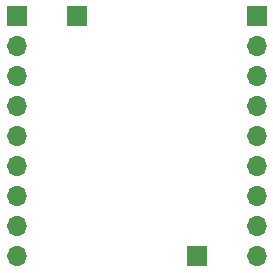
<source format=gbr>
%TF.GenerationSoftware,KiCad,Pcbnew,(5.1.9)-1*%
%TF.CreationDate,2023-01-12T13:49:32+03:00*%
%TF.ProjectId,STACK1,53544143-4b31-42e6-9b69-6361645f7063,rev?*%
%TF.SameCoordinates,Original*%
%TF.FileFunction,Copper,L2,Bot*%
%TF.FilePolarity,Positive*%
%FSLAX46Y46*%
G04 Gerber Fmt 4.6, Leading zero omitted, Abs format (unit mm)*
G04 Created by KiCad (PCBNEW (5.1.9)-1) date 2023-01-12 13:49:32*
%MOMM*%
%LPD*%
G01*
G04 APERTURE LIST*
%TA.AperFunction,ComponentPad*%
%ADD10R,1.700000X1.700000*%
%TD*%
%TA.AperFunction,ComponentPad*%
%ADD11O,1.700000X1.700000*%
%TD*%
G04 APERTURE END LIST*
D10*
%TO.P,J4,1*%
%TO.N,/~OE*%
X55880000Y-27940000D03*
%TD*%
%TO.P,J3,1*%
%TO.N,/CP*%
X66040000Y-48260000D03*
%TD*%
D11*
%TO.P,J1,9*%
%TO.N,/Q7*%
X71120000Y-48260000D03*
%TO.P,J1,8*%
%TO.N,/Q6*%
X71120000Y-45720000D03*
%TO.P,J1,7*%
%TO.N,/Q5*%
X71120000Y-43180000D03*
%TO.P,J1,6*%
%TO.N,/Q4*%
X71120000Y-40640000D03*
%TO.P,J1,5*%
%TO.N,/Q3*%
X71120000Y-38100000D03*
%TO.P,J1,4*%
%TO.N,/Q2*%
X71120000Y-35560000D03*
%TO.P,J1,3*%
%TO.N,/Q1*%
X71120000Y-33020000D03*
%TO.P,J1,2*%
%TO.N,/Q0*%
X71120000Y-30480000D03*
D10*
%TO.P,J1,1*%
%TO.N,VCC*%
X71120000Y-27940000D03*
%TD*%
%TO.P,J2,1*%
%TO.N,/D0*%
X50800000Y-27940000D03*
D11*
%TO.P,J2,2*%
%TO.N,Net-(J2-Pad2)*%
X50800000Y-30480000D03*
%TO.P,J2,3*%
%TO.N,Net-(J2-Pad3)*%
X50800000Y-33020000D03*
%TO.P,J2,4*%
%TO.N,Net-(J2-Pad4)*%
X50800000Y-35560000D03*
%TO.P,J2,5*%
%TO.N,Net-(J2-Pad5)*%
X50800000Y-38100000D03*
%TO.P,J2,6*%
%TO.N,Net-(J2-Pad6)*%
X50800000Y-40640000D03*
%TO.P,J2,7*%
%TO.N,Net-(J2-Pad7)*%
X50800000Y-43180000D03*
%TO.P,J2,8*%
%TO.N,/D7*%
X50800000Y-45720000D03*
%TO.P,J2,9*%
%TO.N,GND*%
X50800000Y-48260000D03*
%TD*%
M02*

</source>
